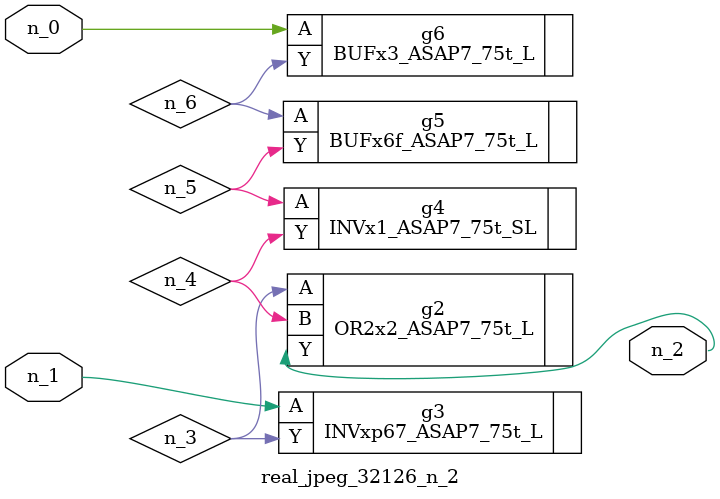
<source format=v>
module real_jpeg_32126_n_2 (n_1, n_0, n_2);

input n_1;
input n_0;

output n_2;

wire n_5;
wire n_4;
wire n_6;
wire n_3;

BUFx3_ASAP7_75t_L g6 ( 
.A(n_0),
.Y(n_6)
);

INVxp67_ASAP7_75t_L g3 ( 
.A(n_1),
.Y(n_3)
);

OR2x2_ASAP7_75t_L g2 ( 
.A(n_3),
.B(n_4),
.Y(n_2)
);

INVx1_ASAP7_75t_SL g4 ( 
.A(n_5),
.Y(n_4)
);

BUFx6f_ASAP7_75t_L g5 ( 
.A(n_6),
.Y(n_5)
);


endmodule
</source>
